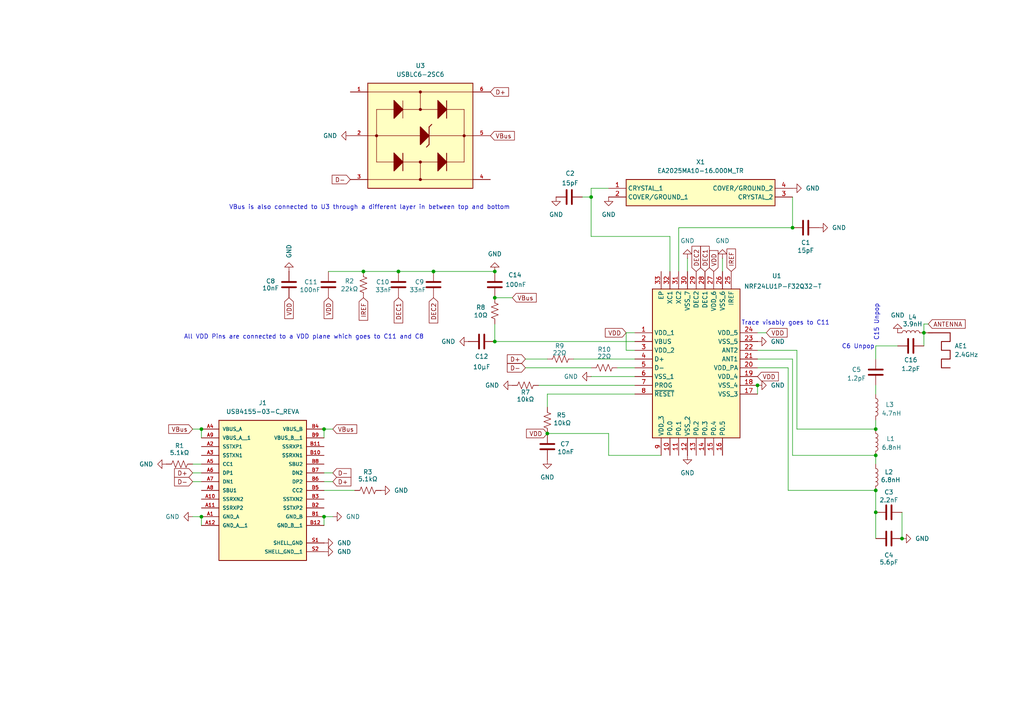
<source format=kicad_sch>
(kicad_sch (version 20231120) (generator "eeschema") (generator_version "8.0")
  (paper "A4")
  (title_block (title "Lambda Dongle USB-C") (date "2025-06-17") (rev "REV-1.0") (comment 1 "Reverse engineered from existing dongle while relying on the datasheet."))
  (lib_symbols
    (symbol "Device:Antenna" (pin_numbers hide) (pin_names (offset 1.016) hide)
      (property "Reference" "AE1" (at 9.906 -3.048 0))
      (property "Value" "Antenna" (at 8.382 -6.35 0))
      (symbol "Antenna_0_1"
        (polyline (pts (xy 7.62 0) (xy 1.27 0)) (stroke (width 0.254)))
        (polyline (pts (xy 7.62 0) (xy 7.62 -2.54) (xy 5.08 -2.54) (xy 5.08 -5.08) (xy 7.62 -5.08) (xy 7.62 -7.62) (xy 5.08 -7.62) (xy 5.08 -10.16) (xy 7.62 -10.16)) (stroke (width 0.254)))
      )
      (symbol "Antenna_1_1"
        (pin input line (at 0 0 0) (length 2.54) (name "A") (number "1"))
      )
    )
    (symbol "Device:C" (pin_numbers hide) (pin_names (offset 0.254))
      (property "Reference" "C" (at 0.635 2.54 0))
      (property "Value" "C" (at 0.635 -2.54 0))
      (symbol "C_0_1"
        (polyline (pts (xy -2.032 -0.762) (xy 2.032 -0.762)) (stroke (width 0.508)))
        (polyline (pts (xy -2.032 0.762) (xy 2.032 0.762)) (stroke (width 0.508)))
      )
      (symbol "C_1_1"
        (pin passive line (at 0 3.81 270) (length 2.794) (name "~") (number "1"))
        (pin passive line (at 0 -3.81 90) (length 2.794) (name "~") (number "2"))
      )
    )
    (symbol "Device:L" (pin_numbers hide) (pin_names (offset 1.016) hide)
      (property "Reference" "L" (at -1.27 0 90))
      (property "Value" "L" (at 1.905 0 90))
      (symbol "L_0_1"
        (arc (start 0 -2.54) (mid 0.6323 -1.905) (end 0 -1.27))
        (arc (start 0 -1.27) (mid 0.6323 -0.635) (end 0 0))
        (arc (start 0 0) (mid 0.6323 0.635) (end 0 1.27))
        (arc (start 0 1.27) (mid 0.6323 1.905) (end 0 2.54))
      )
      (symbol "L_1_1"
        (pin passive line (at 0 3.81 270) (length 1.27) (name "1") (number "1"))
        (pin passive line (at 0 -3.81 90) (length 1.27) (name "2") (number "2"))
      )
    )
    (symbol "Device:R_US" (pin_numbers hide) (pin_names (offset 0))
      (property "Reference" "R" (at 2.54 0 90))
      (property "Value" "R_US" (at -2.54 0 90))
      (symbol "R_US_0_1"
        (polyline (pts (xy 0 -2.286) (xy 0 -2.54)))
        (polyline (pts (xy 0 2.286) (xy 0 2.54)))
        (polyline (pts (xy 0 -0.762) (xy 1.016 -1.143) (xy 0 -1.524) (xy -1.016 -1.905) (xy 0 -2.286)))
        (polyline (pts (xy 0 0.762) (xy 1.016 0.381) (xy 0 0) (xy -1.016 -0.381) (xy 0 -0.762)))
        (polyline (pts (xy 0 2.286) (xy 1.016 1.905) (xy 0 1.524) (xy -1.016 1.143) (xy 0 0.762)))
      )
      (symbol "R_US_1_1"
        (pin passive line (at 0 3.81 270) (length 1.27) (name "~") (number "1"))
        (pin passive line (at 0 -3.81 90) (length 1.27) (name "~") (number "2"))
      )
    )
    (symbol "power:GND" (power) (pin_numbers hide) (pin_names (offset 0) hide)
      (property "Value" "GND" (at 0 -3.81 0))
      (symbol "GND_0_1"
        (polyline (pts (xy 0 0) (xy 0 -1.27) (xy 1.27 -1.27) (xy 0 -2.54) (xy -1.27 -1.27) (xy 0 -1.27)))
      )
      (symbol "GND_1_1"
        (pin power_in line (at 0 0 270) (length 0) (name "~") (number "1"))
      )
    )
    (symbol "steam_dongle:EA2025MA10-16.000M_TR"
      (property "Reference" "X" (at 49.53 7.62 0))
      (property "Value" "EA2025MA10-16.000M_TR" (at 49.53 5.08 0))
      (symbol "EA2025MA10-16.000M_TR_1_1"
        (rectangle (start 5.08 2.54) (end 48.26 -5.08) (stroke (width 0.254)) (fill (type background)))
        (pin passive line (at 0 0 0) (length 5.08) (name "CRYSTAL_1") (number "1"))
        (pin passive line (at 0 -2.54 0) (length 5.08) (name "COVER/GROUND_1") (number "2"))
        (pin passive line (at 53.34 -2.54 180) (length 5.08) (name "CRYSTAL_2") (number "3"))
        (pin passive line (at 53.34 0 180) (length 5.08) (name "COVER/GROUND_2") (number "4"))
      )
    )
    (symbol "steam_dongle:NRF24LU1P-F32Q32-T"
      (property "Reference" "IC" (at 31.75 17.78 0))
      (property "Value" "NRF24LU1P-F32Q32-T" (at 31.75 15.24 0))
      (symbol "NRF24LU1P-F32Q32-T_1_1"
        (rectangle (start 5.08 12.7) (end 30.48 -30.48) (stroke (width 0.254)) (fill (type background)))
        (pin passive line (at 0 0 0) (length 5.08) (name "VDD_1") (number "1"))
        (pin passive line (at 10.16 -35.56 90) (length 5.08) (name "P0.0") (number "10"))
        (pin passive line (at 12.7 -35.56 90) (length 5.08) (name "P0.1") (number "11"))
        (pin passive line (at 15.24 -35.56 90) (length 5.08) (name "VSS_2") (number "12"))
        (pin passive line (at 17.78 -35.56 90) (length 5.08) (name "P0.2") (number "13"))
        (pin passive line (at 20.32 -35.56 90) (length 5.08) (name "P0.3") (number "14"))
        (pin passive line (at 22.86 -35.56 90) (length 5.08) (name "P0.4") (number "15"))
        (pin passive line (at 25.4 -35.56 90) (length 5.08) (name "P0.5") (number "16"))
        (pin passive line (at 35.56 -17.78 180) (length 5.08) (name "VSS_3") (number "17"))
        (pin passive line (at 35.56 -15.24 180) (length 5.08) (name "VSS_4") (number "18"))
        (pin passive line (at 35.56 -12.7 180) (length 5.08) (name "VDD_4") (number "19"))
        (pin passive line (at 0 -2.54 0) (length 5.08) (name "VBUS") (number "2"))
        (pin passive line (at 35.56 -10.16 180) (length 5.08) (name "VDD_PA") (number "20"))
        (pin passive line (at 35.56 -7.62 180) (length 5.08) (name "ANT1") (number "21"))
        (pin passive line (at 35.56 -5.08 180) (length 5.08) (name "ANT2") (number "22"))
        (pin passive line (at 35.56 -2.54 180) (length 5.08) (name "VSS_5") (number "23"))
        (pin passive line (at 35.56 0 180) (length 5.08) (name "VDD_5") (number "24"))
        (pin passive line (at 27.94 17.78 270) (length 5.08) (name "IREF") (number "25"))
        (pin passive line (at 25.4 17.78 270) (length 5.08) (name "VSS_6") (number "26"))
        (pin passive line (at 22.86 17.78 270) (length 5.08) (name "VDD_6") (number "27"))
        (pin passive line (at 20.32 17.78 270) (length 5.08) (name "DEC1") (number "28"))
        (pin passive line (at 17.78 17.78 270) (length 5.08) (name "DEC2") (number "29"))
        (pin passive line (at 0 -5.08 0) (length 5.08) (name "VDD_2") (number "3"))
        (pin passive line (at 15.24 17.78 270) (length 5.08) (name "VSS_7") (number "30"))
        (pin passive line (at 12.7 17.78 270) (length 5.08) (name "XC2") (number "31"))
        (pin passive line (at 10.16 17.78 270) (length 5.08) (name "XC1") (number "32"))
        (pin passive line (at 7.62 17.78 270) (length 5.08) (name "EP") (number "33"))
        (pin passive line (at 0 -7.62 0) (length 5.08) (name "D+") (number "4"))
        (pin passive line (at 0 -10.16 0) (length 5.08) (name "D-") (number "5"))
        (pin passive line (at 0 -12.7 0) (length 5.08) (name "VSS_1") (number "6"))
        (pin passive line (at 0 -15.24 0) (length 5.08) (name "PROG") (number "7"))
        (pin passive line (at 0 -17.78 0) (length 5.08) (name "~{RESET}") (number "8"))
        (pin passive line (at 7.62 -35.56 90) (length 5.08) (name "VDD_3") (number "9"))
      )
    )
    (symbol "steam_dongle:USB4155-03-C_REVA" (pin_names (offset 1.016))
      (property "Reference" "J" (at -12.7 16.002 0))
      (property "Value" "USB4155-03-C_REVA" (at -12.7 -26.162 0))
      (symbol "USB4155-03-C_REVA_0_0"
        (rectangle (start -12.7 -25.4) (end 12.7 15.24) (stroke (width 0.254)) (fill (type background)))
        (pin power_in line (at -17.78 -12.7 0) (length 5.08) (name "GND_A") (number "A1"))
        (pin bidirectional line (at -17.78 -7.62 0) (length 5.08) (name "SSRXN2") (number "A10"))
        (pin bidirectional line (at -17.78 -10.16 0) (length 5.08) (name "SSRXP2") (number "A11"))
        (pin power_in line (at -17.78 -15.24 0) (length 5.08) (name "GND_A__1") (number "A12"))
        (pin bidirectional line (at -17.78 7.62 0) (length 5.08) (name "SSTXP1") (number "A2"))
        (pin bidirectional line (at -17.78 5.08 0) (length 5.08) (name "SSTXN1") (number "A3"))
        (pin power_in line (at -17.78 12.7 0) (length 5.08) (name "VBUS_A") (number "A4"))
        (pin bidirectional line (at -17.78 2.54 0) (length 5.08) (name "CC1") (number "A5"))
        (pin bidirectional line (at -17.78 0 0) (length 5.08) (name "DP1") (number "A6"))
        (pin bidirectional line (at -17.78 -2.54 0) (length 5.08) (name "DN1") (number "A7"))
        (pin bidirectional line (at -17.78 -5.08 0) (length 5.08) (name "SBU1") (number "A8"))
        (pin power_in line (at -17.78 10.16 0) (length 5.08) (name "VBUS_A__1") (number "A9"))
        (pin power_in line (at 17.78 -12.7 180) (length 5.08) (name "GND_B") (number "B1"))
        (pin bidirectional line (at 17.78 5.08 180) (length 5.08) (name "SSRXN1") (number "B10"))
        (pin bidirectional line (at 17.78 7.62 180) (length 5.08) (name "SSRXP1") (number "B11"))
        (pin power_in line (at 17.78 -15.24 180) (length 5.08) (name "GND_B__1") (number "B12"))
        (pin bidirectional line (at 17.78 -10.16 180) (length 5.08) (name "SSTXP2") (number "B2"))
        (pin bidirectional line (at 17.78 -7.62 180) (length 5.08) (name "SSTXN2") (number "B3"))
        (pin power_in line (at 17.78 12.7 180) (length 5.08) (name "VBUS_B") (number "B4"))
        (pin bidirectional line (at 17.78 -5.08 180) (length 5.08) (name "CC2") (number "B5"))
        (pin bidirectional line (at 17.78 -2.54 180) (length 5.08) (name "DP2") (number "B6"))
        (pin bidirectional line (at 17.78 0 180) (length 5.08) (name "DN2") (number "B7"))
        (pin bidirectional line (at 17.78 2.54 180) (length 5.08) (name "SBU2") (number "B8"))
        (pin power_in line (at 17.78 10.16 180) (length 5.08) (name "VBUS_B__1") (number "B9"))
        (pin power_in line (at 17.78 -20.32 180) (length 5.08) (name "SHELL_GND") (number "S1"))
        (pin power_in line (at 17.78 -22.86 180) (length 5.08) (name "SHELL_GND__1") (number "S2"))
      )
    )
    (symbol "steam_dongle:USBLC6-2SC6" (pin_names (offset 1.016))
      (property "Reference" "U" (at -15.2693 17.8093 0))
      (property "Value" "USBLC6-2SC6" (at -15.2559 -17.7959 0))
      (symbol "USBLC6-2SC6_0_0"
        (rectangle (start -15.24 -15.24) (end 15.24 15.24) (stroke (width 0.254)) (fill (type background)))
        (circle (center -12.7 0) (radius 0.254) (stroke (width 0.381)))
        (circle (center 0 -12.7) (radius 0.254) (stroke (width 0.381)))
        (circle (center 0 -7.62) (radius 0.254) (stroke (width 0.381)))
        (polyline (pts (xy -15.24 -12.7) (xy 15.24 -12.7)) (stroke (width 0.1524)))
        (polyline (pts (xy -15.24 12.7) (xy 15.24 12.7)) (stroke (width 0.1524)))
        (polyline (pts (xy -12.7 -7.62) (xy -7.62 -7.62)) (stroke (width 0.1524)))
        (polyline (pts (xy -12.7 0) (xy -15.24 0)) (stroke (width 0.1524)))
        (polyline (pts (xy -12.7 0) (xy -12.7 -7.62)) (stroke (width 0.1524)))
        (polyline (pts (xy -12.7 0) (xy 0 0)) (stroke (width 0.1524)))
        (polyline (pts (xy -12.7 7.62) (xy -12.7 0)) (stroke (width 0.1524)))
        (polyline (pts (xy -12.7 7.62) (xy -7.62 7.62)) (stroke (width 0.1524)))
        (polyline (pts (xy -7.62 -10.16) (xy -7.62 -7.62)) (stroke (width 0.254)))
        (polyline (pts (xy -7.62 -7.62) (xy -7.62 -5.08)) (stroke (width 0.254)))
        (polyline (pts (xy -7.62 -5.08) (xy -5.08 -7.62)) (stroke (width 0.254)))
        (polyline (pts (xy -7.62 5.08) (xy -7.62 7.62)) (stroke (width 0.254)))
        (polyline (pts (xy -7.62 7.62) (xy -7.62 10.16)) (stroke (width 0.254)))
        (polyline (pts (xy -7.62 10.16) (xy -5.08 7.62)) (stroke (width 0.254)))
        (polyline (pts (xy -5.08 -7.62) (xy -7.62 -10.16)) (stroke (width 0.254)))
        (polyline (pts (xy -5.08 -7.62) (xy -5.08 -10.16)) (stroke (width 0.254)))
        (polyline (pts (xy -5.08 -7.62) (xy 0 -7.62)) (stroke (width 0.1524)))
        (polyline (pts (xy -5.08 -5.08) (xy -5.08 -7.62)) (stroke (width 0.254)))
        (polyline (pts (xy -5.08 7.62) (xy -7.62 5.08)) (stroke (width 0.254)))
        (polyline (pts (xy -5.08 7.62) (xy -5.08 5.08)) (stroke (width 0.1524)))
        (polyline (pts (xy -5.08 7.62) (xy 0 7.62)) (stroke (width 0.1524)))
        (polyline (pts (xy -5.08 10.16) (xy -5.08 7.62)) (stroke (width 0.1524)))
        (polyline (pts (xy 0 -7.62) (xy 0 -12.7)) (stroke (width 0.1524)))
        (polyline (pts (xy 0 -7.62) (xy 5.08 -7.62)) (stroke (width 0.1524)))
        (polyline (pts (xy 0 -2.54) (xy 0 0)) (stroke (width 0.254)))
        (polyline (pts (xy 0 0) (xy 0 2.54)) (stroke (width 0.254)))
        (polyline (pts (xy 0 2.54) (xy 2.54 0)) (stroke (width 0.254)))
        (polyline (pts (xy 0 7.62) (xy 0 12.7)) (stroke (width 0.1524)))
        (polyline (pts (xy 0 7.62) (xy 5.08 7.62)) (stroke (width 0.1524)))
        (polyline (pts (xy 2.54 -2.54) (xy 1.778 -3.302)) (stroke (width 0.254)))
        (polyline (pts (xy 2.54 0) (xy 0 -2.54)) (stroke (width 0.254)))
        (polyline (pts (xy 2.54 0) (xy 12.7 0)) (stroke (width 0.1524)))
        (polyline (pts (xy 2.54 2.54) (xy 2.54 -2.54)) (stroke (width 0.254)))
        (polyline (pts (xy 2.54 2.54) (xy 3.302 3.302)) (stroke (width 0.254)))
        (polyline (pts (xy 5.08 -10.16) (xy 5.08 -7.62)) (stroke (width 0.254)))
        (polyline (pts (xy 5.08 -7.62) (xy 5.08 -5.08)) (stroke (width 0.254)))
        (polyline (pts (xy 5.08 -5.08) (xy 7.62 -7.62)) (stroke (width 0.254)))
        (polyline (pts (xy 5.08 5.08) (xy 5.08 7.62)) (stroke (width 0.254)))
        (polyline (pts (xy 5.08 7.62) (xy 5.08 10.16)) (stroke (width 0.254)))
        (polyline (pts (xy 5.08 10.16) (xy 7.62 7.62)) (stroke (width 0.254)))
        (polyline (pts (xy 7.62 -7.62) (xy 5.08 -10.16)) (stroke (width 0.254)))
        (polyline (pts (xy 7.62 -7.62) (xy 7.62 -10.16)) (stroke (width 0.254)))
        (polyline (pts (xy 7.62 -7.62) (xy 12.7 -7.62)) (stroke (width 0.1524)))
        (polyline (pts (xy 7.62 -5.08) (xy 7.62 -7.62)) (stroke (width 0.254)))
        (polyline (pts (xy 7.62 7.62) (xy 5.08 5.08)) (stroke (width 0.254)))
        (polyline (pts (xy 7.62 7.62) (xy 7.62 5.08)) (stroke (width 0.254)))
        (polyline (pts (xy 7.62 7.62) (xy 12.7 7.62)) (stroke (width 0.1524)))
        (polyline (pts (xy 7.62 10.16) (xy 7.62 7.62)) (stroke (width 0.254)))
        (polyline (pts (xy 12.7 0) (xy 12.7 -7.62)) (stroke (width 0.1524)))
        (polyline (pts (xy 12.7 0) (xy 15.24 0)) (stroke (width 0.1524)))
        (polyline (pts (xy 12.7 7.62) (xy 12.7 0)) (stroke (width 0.1524)))
        (polyline (pts (xy -7.62 -5.08) (xy -7.62 -10.16) (xy -5.08 -7.62) (xy -7.62 -5.08)) (stroke (width 0.254)) (fill (type outline)))
        (polyline (pts (xy -7.62 10.16) (xy -7.62 5.08) (xy -5.08 7.62) (xy -7.62 10.16)) (stroke (width 0.254)) (fill (type outline)))
        (polyline (pts (xy 0 2.54) (xy 0 -2.54) (xy 2.54 0) (xy 0 2.54)) (stroke (width 0.254)) (fill (type outline)))
        (polyline (pts (xy 5.08 -5.08) (xy 5.08 -10.16) (xy 7.62 -7.62) (xy 5.08 -5.08)) (stroke (width 0.254)) (fill (type outline)))
        (polyline (pts (xy 5.08 10.16) (xy 5.08 5.08) (xy 7.62 7.62) (xy 5.08 10.16)) (stroke (width 0.254)) (fill (type outline)))
        (circle (center 0 7.62) (radius 0.254) (stroke (width 0.381)))
        (circle (center 0 12.7) (radius 0.254) (stroke (width 0.381)))
        (circle (center 12.7 0) (radius 0.254) (stroke (width 0.381)))
        (pin bidirectional line (at -20.32 12.7 0) (length 5.08) (name "~") (number "1"))
        (pin power_in line (at -20.32 0 0) (length 5.08) (name "~") (number "2"))
        (pin bidirectional line (at -20.32 -12.7 0) (length 5.08) (name "~") (number "3"))
        (pin bidirectional line (at 20.32 -12.7 180) (length 5.08) (name "~") (number "4"))
        (pin power_in line (at 20.32 0 180) (length 5.08) (name "~") (number "5"))
        (pin bidirectional line (at 20.32 12.7 180) (length 5.08) (name "~") (number "6"))
      )
    )
  )
  (junction (at 267.97 96.52))
  (junction (at 254 148.59))
  (junction (at 261.62 156.21))
  (junction (at 143.51 86.36))
  (junction (at 254 124.46))
  (junction (at 158.75 125.73))
  (junction (at 93.98 124.46))
  (junction (at 143.51 99.06))
  (junction (at 115.57 78.74))
  (junction (at 125.73 78.74))
  (junction (at 254 142.24))
  (junction (at 254 132.08))
  (junction (at 58.42 149.86))
  (junction (at 229.87 66.04))
  (junction (at 105.41 78.74))
  (junction (at 143.51 78.74))
  (junction (at 93.98 149.86))
  (junction (at 58.42 124.46))
  (junction (at 171.45 57.15))
  (junction (at 219.71 111.76))
  (wire (pts (xy 181.61 96.52) (xy 184.15 96.52)))
  (wire (pts (xy 93.98 139.7) (xy 96.52 139.7)))
  (wire (pts (xy 58.42 124.46) (xy 58.42 127)))
  (wire (pts (xy 179.07 106.68) (xy 184.15 106.68)))
  (wire (pts (xy 219.71 101.6) (xy 231.14 101.6)))
  (wire (pts (xy 254 121.92) (xy 254 124.46)))
  (wire (pts (xy 231.14 124.46) (xy 254 124.46)))
  (wire (pts (xy 228.6 142.24) (xy 254 142.24)))
  (wire (pts (xy 143.51 93.98) (xy 143.51 99.06)))
  (wire (pts (xy 93.98 137.16) (xy 96.52 137.16)))
  (wire (pts (xy 254 148.59) (xy 254 156.21)))
  (wire (pts (xy 261.62 148.59) (xy 261.62 156.21)))
  (wire (pts (xy 166.37 104.14) (xy 184.15 104.14)))
  (wire (pts (xy 55.88 139.7) (xy 58.42 139.7)))
  (wire (pts (xy 93.98 124.46) (xy 96.52 124.46)))
  (wire (pts (xy 156.21 111.76) (xy 184.15 111.76)))
  (wire (pts (xy 171.45 54.61) (xy 176.53 54.61)))
  (wire (pts (xy 254 100.33) (xy 254 104.14)))
  (wire (pts (xy 194.31 68.58) (xy 171.45 68.58)))
  (wire (pts (xy 254 111.76) (xy 254 114.3)))
  (wire (pts (xy 143.51 99.06) (xy 184.15 99.06)))
  (wire (pts (xy 219.71 111.76) (xy 219.71 114.3)))
  (wire (pts (xy 199.39 74.93) (xy 199.39 78.74)))
  (wire (pts (xy 171.45 109.22) (xy 184.15 109.22)))
  (wire (pts (xy 184.15 101.6) (xy 181.61 101.6)))
  (wire (pts (xy 229.87 57.15) (xy 229.87 66.04)))
  (wire (pts (xy 254 132.08) (xy 254 134.62)))
  (wire (pts (xy 171.45 57.15) (xy 171.45 54.61)))
  (wire (pts (xy 143.51 86.36) (xy 148.59 86.36)))
  (wire (pts (xy 194.31 78.74) (xy 194.31 68.58)))
  (wire (pts (xy 93.98 124.46) (xy 93.98 127)))
  (wire (pts (xy 93.98 149.86) (xy 96.52 149.86)))
  (wire (pts (xy 55.88 149.86) (xy 58.42 149.86)))
  (wire (pts (xy 181.61 101.6) (xy 181.61 96.52)))
  (wire (pts (xy 219.71 106.68) (xy 228.6 106.68)))
  (wire (pts (xy 55.88 137.16) (xy 58.42 137.16)))
  (wire (pts (xy 93.98 149.86) (xy 93.98 152.4)))
  (wire (pts (xy 228.6 106.68) (xy 228.6 142.24)))
  (wire (pts (xy 95.25 78.74) (xy 105.41 78.74)))
  (wire (pts (xy 158.75 125.73) (xy 176.53 125.73)))
  (wire (pts (xy 105.41 78.74) (xy 115.57 78.74)))
  (wire (pts (xy 219.71 96.52) (xy 222.25 96.52)))
  (wire (pts (xy 254 142.24) (xy 254 148.59)))
  (wire (pts (xy 229.87 132.08) (xy 254 132.08)))
  (wire (pts (xy 171.45 68.58) (xy 171.45 57.15)))
  (wire (pts (xy 158.75 114.3) (xy 158.75 118.11)))
  (wire (pts (xy 267.97 93.98) (xy 269.24 93.98)))
  (wire (pts (xy 168.91 57.15) (xy 171.45 57.15)))
  (wire (pts (xy 184.15 114.3) (xy 158.75 114.3)))
  (wire (pts (xy 219.71 104.14) (xy 229.87 104.14)))
  (wire (pts (xy 152.4 104.14) (xy 158.75 104.14)))
  (wire (pts (xy 231.14 101.6) (xy 231.14 124.46)))
  (wire (pts (xy 229.87 104.14) (xy 229.87 132.08)))
  (wire (pts (xy 55.88 134.62) (xy 58.42 134.62)))
  (wire (pts (xy 58.42 149.86) (xy 58.42 152.4)))
  (wire (pts (xy 267.97 96.52) (xy 267.97 100.33)))
  (wire (pts (xy 125.73 78.74) (xy 143.51 78.74)))
  (wire (pts (xy 176.53 132.08) (xy 176.53 125.73)))
  (wire (pts (xy 267.97 96.52) (xy 267.97 93.98)))
  (wire (pts (xy 191.77 132.08) (xy 176.53 132.08)))
  (wire (pts (xy 229.87 66.04) (xy 196.85 66.04)))
  (wire (pts (xy 93.98 142.24) (xy 102.87 142.24)))
  (wire (pts (xy 260.35 100.33) (xy 254 100.33)))
  (wire (pts (xy 115.57 78.74) (xy 125.73 78.74)))
  (wire (pts (xy 152.4 106.68) (xy 171.45 106.68)))
  (wire (pts (xy 209.55 74.93) (xy 209.55 78.74)))
  (wire (pts (xy 196.85 66.04) (xy 196.85 78.74)))
  (wire (pts (xy 55.88 124.46) (xy 58.42 124.46)))
  (text "C6 Unpop" (at 248.92 100.584 0) (effects (font (size 1.27 1.27))))
  (text "C15 Unpop" (at 254.254 93.472 90) (effects (font (size 1.27 1.27))))
  (text "Trace visably goes to C11" (at 227.838 93.726 0) (effects (font (size 1.27 1.27))))
  (text "All VDD Pins are connected to a VDD plane which goes to C11 and C8\n" (at 88.138 97.79 0) (effects (font (size 1.27 1.27))))
  (text "VBus is also connected to U3 through a different layer in between top and bottom" (at 107.188 60.198 0) (effects (font (size 1.27 1.27))))
  (global_label "DEC2" (shape input) (at 201.93 78.74 90) (property "Intersheetrefs" "${INTERSHEET_REFS}" (effects (hide yes))))
  (global_label "VBus" (shape input) (at 55.88 124.46 180) (property "Intersheetrefs" "${INTERSHEET_REFS}" (effects (hide yes))))
  (global_label "D-" (shape input) (at 55.88 139.7 180) (property "Intersheetrefs" "${INTERSHEET_REFS}" (effects (hide yes))))
  (global_label "D+" (shape input) (at 142.24 26.67 0) (property "Intersheetrefs" "${INTERSHEET_REFS}" (effects (hide yes))))
  (global_label "IREF" (shape input) (at 212.09 78.74 90) (property "Intersheetrefs" "${INTERSHEET_REFS}" (effects (hide yes))))
  (global_label "VDD" (shape input) (at 207.01 78.74 90) (property "Intersheetrefs" "${INTERSHEET_REFS}" (effects (hide yes))))
  (global_label "D-" (shape input) (at 152.4 106.68 180) (property "Intersheetrefs" "${INTERSHEET_REFS}" (effects (hide yes))))
  (global_label "VDD" (shape input) (at 83.82 86.36 270) (property "Intersheetrefs" "${INTERSHEET_REFS}" (effects (hide yes))))
  (global_label "VBus" (shape input) (at 96.52 124.46 0) (property "Intersheetrefs" "${INTERSHEET_REFS}" (effects (hide yes))))
  (global_label "DEC1" (shape input) (at 115.57 86.36 270) (property "Intersheetrefs" "${INTERSHEET_REFS}" (effects (hide yes))))
  (global_label "VDD" (shape input) (at 219.71 109.22 0) (property "Intersheetrefs" "${INTERSHEET_REFS}" (effects (hide yes))))
  (global_label "VDD" (shape input) (at 222.25 96.52 0) (property "Intersheetrefs" "${INTERSHEET_REFS}" (effects (hide yes))))
  (global_label "DEC2" (shape input) (at 125.73 86.36 270) (property "Intersheetrefs" "${INTERSHEET_REFS}" (effects (hide yes))))
  (global_label "VDD" (shape input) (at 95.25 86.36 270) (property "Intersheetrefs" "${INTERSHEET_REFS}" (effects (hide yes))))
  (global_label "D-" (shape input) (at 101.6 52.07 180) (property "Intersheetrefs" "${INTERSHEET_REFS}" (effects (hide yes))))
  (global_label "D+" (shape input) (at 152.4 104.14 180) (property "Intersheetrefs" "${INTERSHEET_REFS}" (effects (hide yes))))
  (global_label "VBus" (shape input) (at 148.59 86.36 0) (property "Intersheetrefs" "${INTERSHEET_REFS}" (effects (hide yes))))
  (global_label "IREF" (shape input) (at 105.41 86.36 270) (property "Intersheetrefs" "${INTERSHEET_REFS}" (effects (hide yes))))
  (global_label "VBus" (shape input) (at 142.24 39.37 0) (property "Intersheetrefs" "${INTERSHEET_REFS}" (effects (hide yes))))
  (global_label "D+" (shape input) (at 55.88 137.16 180) (property "Intersheetrefs" "${INTERSHEET_REFS}" (effects (hide yes))))
  (global_label "DEC1" (shape input) (at 204.47 78.74 90) (property "Intersheetrefs" "${INTERSHEET_REFS}" (effects (hide yes))))
  (global_label "VDD" (shape input) (at 181.61 96.52 180) (property "Intersheetrefs" "${INTERSHEET_REFS}" (effects (hide yes))))
  (global_label "ANTENNA" (shape input) (at 269.24 93.98 0) (property "Intersheetrefs" "${INTERSHEET_REFS}" (effects (hide yes))))
  (global_label "D+" (shape input) (at 96.52 139.7 0) (property "Intersheetrefs" "${INTERSHEET_REFS}" (effects (hide yes))))
  (global_label "D-" (shape input) (at 96.52 137.16 0) (property "Intersheetrefs" "${INTERSHEET_REFS}" (effects (hide yes))))
  (global_label "VDD" (shape input) (at 158.75 125.73 180) (property "Intersheetrefs" "${INTERSHEET_REFS}" (effects (hide yes))))
  (symbol (lib_id "power:GND") (at 143.51 78.74 180) (unit 1)
    (property "Reference" "#PWR8" (effects (hide yes)))
    (property "Value" "GND" (at 143.51 73.66 0))
    (property "Description" "Power symbol creates a global label with name \"GND\" , ground" (effects (hide yes)))
  )
  (symbol (lib_id "power:GND") (at 158.75 133.35 0) (unit 1)
    (property "Reference" "#PWR4" (effects (hide yes)))
    (property "Value" "GND" (at 158.75 138.43 0))
    (property "Description" "Power symbol creates a global label with name \"GND\" , ground" (effects (hide yes)))
  )
  (symbol (lib_id "Device:C") (at 264.16 100.33 270) (unit 1)
    (property "Reference" "C16" (at 264.16 104.394 90))
    (property "Value" "1.2pF" (at 264.16 106.934 90))
    (property "Footprint" "Capacitor_SMD:C_0402_1005Metric" (effects (hide yes)))
    (property "Description" "Unpolarized capacitor" (effects (hide yes)))
  )
  (symbol (lib_id "power:GND") (at 161.29 57.15 0) (unit 1)
    (property "Reference" "#PWR19" (effects (hide yes)))
    (property "Value" "GND" (at 161.29 62.23 0))
    (property "Description" "Power symbol creates a global label with name \"GND\" , ground" (effects (hide yes)))
  )
  (symbol (lib_id "Device:C") (at 139.7 99.06 90) (unit 1)
    (property "Reference" "C12" (at 139.7 103.378 90))
    (property "Value" "10µF" (at 139.7 106.426 90))
    (property "Footprint" "Capacitor_SMD:C_0402_1005Metric" (effects (hide yes)))
    (property "Description" "Unpolarized capacitor" (effects (hide yes)))
  )
  (symbol (lib_id "power:GND") (at 96.52 149.86 90) (unit 1)
    (property "Reference" "#PWR1" (effects (hide yes)))
    (property "Value" "GND" (at 100.33 149.8599 90) (effects (justify right)))
    (property "Description" "Power symbol creates a global label with name \"GND\" , ground" (effects (hide yes)))
  )
  (symbol (lib_id "steam_dongle:USBLC6-2SC6") (at 121.92 39.37 0) (unit 1)
    (property "Reference" "U3" (at 121.92 19.05 0))
    (property "Value" "USBLC6-2SC6" (at 121.92 21.59 0))
    (property "Footprint" "steam_dogfoot:SOT95P280X145-6N" (effects (hide yes)))
    (property "MF" "STMicroelectronics" (effects (hide yes)))
    (property "PURCHASE-URL" "https://pricing.snapeda.com/search/part/USBLC6-2SC6/?ref=eda" (effects (hide yes)))
    (property "PACKAGE" "SOT-23-6 STMicroelectronics" (effects (hide yes)))
    (property "PRICE" "None" (effects (hide yes)))
    (property "MP" "USBLC6-2SC6" (effects (hide yes)))
    (property "AVAILABILITY" "In Stock" (effects (hide yes)))
    (property "DESCRIPTION" "17V Clamp 5A (8/20µs) Ipp Tvs Diode Surface Mount SOT-23-6" (effects (hide yes)))
    (property "LCSC PN" "C7519" (effects (hide yes)))
  )
  (symbol (lib_id "Device:L") (at 254 138.43 0) (unit 1)
    (property "Reference" "L2" (at 257.81 136.906 0))
    (property "Value" "6.8nH" (at 258.318 139.192 0))
    (property "Footprint" "Inductor_SMD:L_0402_1005Metric" (effects (hide yes)))
    (property "Description" "Inductor" (effects (hide yes)))
  )
  (symbol (lib_id "Device:C") (at 115.57 82.55 180) (unit 1)
    (property "Reference" "C10" (at 110.998 81.788 0))
    (property "Value" "33nF" (at 111.252 84.074 0))
    (property "Footprint" "Capacitor_SMD:C_0201_0603Metric" (effects (hide yes)))
    (property "Description" "Unpolarized capacitor" (effects (hide yes)))
  )
  (symbol (lib_id "Device:C") (at 158.75 129.54 0) (unit 1)
    (property "Reference" "C7" (at 163.83 128.778 0))
    (property "Value" "10nF" (at 164.084 131.064 0))
    (property "Footprint" "Capacitor_SMD:C_0201_0603Metric" (effects (hide yes)))
    (property "Description" "Unpolarized capacitor" (effects (hide yes)))
  )
  (symbol (lib_id "Device:R_US") (at 106.68 142.24 90) (unit 1)
    (property "Reference" "R3" (at 106.68 136.906 90))
    (property "Value" "5.1kΩ" (at 106.68 138.938 90))
    (property "Footprint" "Resistor_SMD:R_0201_0603Metric" (effects (hide yes)))
    (property "Description" "Resistor, US symbol" (effects (hide yes)))
  )
  (symbol (lib_id "power:GND") (at 110.49 142.24 90) (unit 1)
    (property "Reference" "#PWR2" (effects (hide yes)))
    (property "Value" "GND" (at 114.3 142.2399 90) (effects (justify right)))
    (property "Description" "Power symbol creates a global label with name \"GND\" , ground" (effects (hide yes)))
  )
  (symbol (lib_id "power:GND") (at 237.49 66.04 90) (unit 1)
    (property "Reference" "#PWR18" (effects (hide yes)))
    (property "Value" "GND" (at 241.3 66.0399 90) (effects (justify right)))
    (property "Description" "Power symbol creates a global label with name \"GND\" , ground" (effects (hide yes)))
  )
  (symbol (lib_id "power:GND") (at 93.98 160.02 90) (unit 1)
    (property "Reference" "#PWR24" (effects (hide yes)))
    (property "Value" "GND" (at 97.79 160.0199 90) (effects (justify right)))
    (property "Description" "Power symbol creates a global label with name \"GND\" , ground" (effects (hide yes)))
  )
  (symbol (lib_id "steam_dongle:USB4155-03-C_REVA") (at 76.2 137.16 0) (unit 1)
    (property "Reference" "J1" (at 76.2 116.84 0))
    (property "Value" "USB4155-03-C_REVA" (at 76.2 119.38 0))
    (property "Footprint" "steam_dogfoot:GCT_USB4155-03-C_REVA" (effects (hide yes)))
    (property "PARTREV" "A" (effects (hide yes)))
    (property "MANUFACTURER" "GCT" (effects (hide yes)))
    (property "MAXIMUM_PACKAGE_HEIGHT" "2.9 mm" (effects (hide yes)))
    (property "STANDARD" "Manufacturer Recommendations" (effects (hide yes)))
  )
  (symbol (lib_id "Device:L") (at 254 128.27 0) (unit 1)
    (property "Reference" "L1" (at 258.318 127.254 0))
    (property "Value" "6.8nH" (at 258.572 129.794 0))
    (property "Footprint" "Inductor_SMD:L_0402_1005Metric" (effects (hide yes)))
    (property "Description" "Inductor" (effects (hide yes)))
  )
  (symbol (lib_id "Device:C") (at 143.51 82.55 180) (unit 1)
    (property "Reference" "C14" (at 149.352 79.756 0))
    (property "Value" "100nF" (at 149.606 82.55 0))
    (property "Footprint" "Capacitor_SMD:C_0201_0603Metric" (effects (hide yes)))
    (property "Description" "Unpolarized capacitor" (effects (hide yes)))
  )
  (symbol (lib_id "steam_dongle:NRF24LU1P-F32Q32-T") (at 184.15 96.52 0) (unit 1)
    (property "Reference" "U1" (at 225.298 80.01 0))
    (property "Value" "NRF24LU1P-F32Q32-T" (at 227.076 83.058 0))
    (property "Footprint" "steam_dogfoot:QFN50P500X500X95-33N-D" (effects (hide yes)))
    (property "Datasheet" "https://componentsearchengine.com/Datasheets/1/nRF24LU1P-F32Q32-T.pdf" (effects (hide yes)))
    (property "Description" "Nordic Semiconductor NRF24LU1P-F32Q32-T, 8 bit System On Chip SOC for Compact USB Dongles for Wireless Peripherals," (effects (hide yes)))
    (property "Height" "0.95" (effects (hide yes)))
    (property "Mouser Part Number" "949-NRF24LU1PF3232T" (effects (hide yes)))
    (property "Mouser Price/Stock" "https://www.mouser.co.uk/ProductDetail/Nordic-Semiconductor/nRF24LU1P-F32Q32-T?qs=yd0qOhnSiDcwp9bBOHQXig%3D%3D" (effects (hide yes)))
    (property "Manufacturer_Name" "Nordic Semiconductor" (effects (hide yes)))
    (property "Manufacturer_Part_Number" "NRF24LU1P-F32Q32-T" (effects (hide yes)))
    (property "LCSC PN" "C545245" (effects (hide yes)))
  )
  (symbol (lib_id "Device:Antenna") (at 267.97 96.52 0) (unit 1) (in_bom no)
    (property "Reference" "AE1" (at 276.86 100.3299 0) (effects (justify left)))
    (property "Value" "2.4GHz" (at 276.86 102.8699 0) (effects (justify left)))
    (property "Footprint" "steam_dogfoot:dongle_2.4GHz" (effects (hide yes)))
    (property "Description" "Antenna" (effects (hide yes)))
  )
  (symbol (lib_id "power:GND") (at 219.71 99.06 90) (unit 1)
    (property "Reference" "#PWR11" (effects (hide yes)))
    (property "Value" "GND" (at 223.52 99.0599 90) (effects (justify right)))
    (property "Description" "Power symbol creates a global label with name \"GND\" , ground" (effects (hide yes)))
  )
  (symbol (lib_id "Device:R_US") (at 162.56 104.14 90) (unit 1)
    (property "Reference" "R9" (at 162.306 100.33 90))
    (property "Value" "22Ω" (at 162.306 102.362 90))
    (property "Footprint" "Resistor_SMD:R_0201_0603Metric" (effects (hide yes)))
    (property "Description" "Resistor, US symbol" (effects (hide yes)))
  )
  (symbol (lib_id "Device:R_US") (at 52.07 134.62 90) (unit 1)
    (property "Reference" "R1" (at 52.07 129.286 90))
    (property "Value" "5.1kΩ" (at 52.07 131.318 90))
    (property "Footprint" "Resistor_SMD:R_0201_0603Metric" (effects (hide yes)))
    (property "Description" "Resistor, US symbol" (effects (hide yes)))
  )
  (symbol (lib_id "steam_dongle:EA2025MA10-16.000M_TR") (at 176.53 54.61 0) (unit 1)
    (property "Reference" "X1" (at 203.2 46.99 0))
    (property "Value" "EA2025MA10-16.000M_TR" (at 203.2 49.53 0))
    (property "Footprint" "steam_dogfoot:EA2025MA1016000MTR" (effects (hide yes)))
    (property "Datasheet" "https://abracon.com/datasheets/Ecliptek/EA2025.pdf" (effects (hide yes)))
    (property "Description" "16 MHz +/-15ppm Crystal 8pF 80 Ohms 4-SMD, No Lead -40C +85C" (effects (hide yes)))
    (property "Height" "0.65" (effects (hide yes)))
    (property "Manufacturer_Name" "ABRACON" (effects (hide yes)))
    (property "Manufacturer_Part_Number" "EA2025MA10-16.000M TR" (effects (hide yes)))
    (property "LCSC PN" "C5725838" (effects (hide yes)))
  )
  (symbol (lib_id "Device:L") (at 254 118.11 0) (unit 1)
    (property "Reference" "L3" (at 258.064 117.348 0))
    (property "Value" "4.7nH" (at 258.572 119.888 0))
    (property "Footprint" "Inductor_SMD:L_0402_1005Metric" (effects (hide yes)))
    (property "Description" "Inductor" (effects (hide yes)))
  )
  (symbol (lib_id "Device:C") (at 233.68 66.04 270) (unit 1)
    (property "Reference" "C1" (at 233.68 70.358 90))
    (property "Value" "15pF" (at 233.68 72.644 90))
    (property "Footprint" "Capacitor_SMD:C_0201_0603Metric" (effects (hide yes)))
    (property "Description" "Unpolarized capacitor" (effects (hide yes)))
  )
  (symbol (lib_id "Device:C") (at 83.82 82.55 180) (unit 1)
    (property "Reference" "C8" (at 78.486 81.534 0))
    (property "Value" "10nF" (at 78.486 83.566 0))
    (property "Footprint" "Capacitor_SMD:C_0201_0603Metric" (effects (hide yes)))
    (property "Description" "Unpolarized capacitor" (effects (hide yes)))
  )
  (symbol (lib_id "power:GND") (at 199.39 132.08 0) (unit 1)
    (property "Reference" "#PWR13" (effects (hide yes)))
    (property "Value" "GND" (at 199.39 137.16 0))
    (property "Description" "Power symbol creates a global label with name \"GND\" , ground" (effects (hide yes)))
  )
  (symbol (lib_id "power:GND") (at 176.53 57.15 0) (unit 1)
    (property "Reference" "#PWR20" (effects (hide yes)))
    (property "Value" "GND" (at 176.53 62.23 0))
    (property "Description" "Power symbol creates a global label with name \"GND\" , ground" (effects (hide yes)))
  )
  (symbol (lib_id "Device:C") (at 165.1 57.15 270) (unit 1)
    (property "Reference" "C2" (at 165.354 50.292 90))
    (property "Value" "15pF" (at 165.354 53.086 90))
    (property "Footprint" "Capacitor_SMD:C_0201_0603Metric" (effects (hide yes)))
    (property "Description" "Unpolarized capacitor" (effects (hide yes)))
  )
  (symbol (lib_id "Device:R_US") (at 175.26 106.68 90) (unit 1)
    (property "Reference" "R10" (at 175.26 101.346 90))
    (property "Value" "22Ω" (at 175.26 103.378 90))
    (property "Footprint" "Resistor_SMD:R_0201_0603Metric" (effects (hide yes)))
    (property "Description" "Resistor, US symbol" (effects (hide yes)))
  )
  (symbol (lib_id "power:GND") (at 83.82 78.74 180) (unit 1)
    (property "Reference" "#PWR14" (effects (hide yes)))
    (property "Value" "GND" (at 83.8201 74.93 90) (effects (justify right)))
    (property "Description" "Power symbol creates a global label with name \"GND\" , ground" (effects (hide yes)))
  )
  (symbol (lib_id "power:GND") (at 229.87 54.61 90) (unit 1)
    (property "Reference" "#PWR17" (effects (hide yes)))
    (property "Value" "GND" (at 233.68 54.6099 90) (effects (justify right)))
    (property "Description" "Power symbol creates a global label with name \"GND\" , ground" (effects (hide yes)))
  )
  (symbol (lib_id "power:GND") (at 148.59 111.76 270) (unit 1)
    (property "Reference" "#PWR16" (effects (hide yes)))
    (property "Value" "GND" (at 144.78 111.7599 90) (effects (justify right)))
    (property "Description" "Power symbol creates a global label with name \"GND\" , ground" (effects (hide yes)))
  )
  (symbol (lib_id "Device:C") (at 95.25 82.55 180) (unit 1)
    (property "Reference" "C11" (at 90.17 81.788 0))
    (property "Value" "100nF" (at 89.916 84.074 0))
    (property "Footprint" "Capacitor_SMD:C_0201_0603Metric" (effects (hide yes)))
    (property "Description" "Unpolarized capacitor" (effects (hide yes)))
  )
  (symbol (lib_id "Device:R_US") (at 152.4 111.76 90) (unit 1)
    (property "Reference" "R7" (at 152.4 113.792 90))
    (property "Value" "10kΩ" (at 152.4 115.824 90))
    (property "Footprint" "Resistor_SMD:R_0201_0603Metric" (effects (hide yes)))
    (property "Description" "Resistor, US symbol" (effects (hide yes)))
  )
  (symbol (lib_id "Device:L") (at 264.16 96.52 90) (unit 1)
    (property "Reference" "L4" (at 264.668 91.948 90))
    (property "Value" "3.9nH" (at 264.668 93.98 90))
    (property "Footprint" "Inductor_SMD:L_0402_1005Metric" (effects (hide yes)))
    (property "Description" "Inductor" (effects (hide yes)))
  )
  (symbol (lib_id "power:GND") (at 101.6 39.37 270) (unit 1)
    (property "Reference" "#PWR5" (effects (hide yes)))
    (property "Value" "GND" (at 97.79 39.3699 90) (effects (justify right)))
    (property "Description" "Power symbol creates a global label with name \"GND\" , ground" (effects (hide yes)))
  )
  (symbol (lib_id "Device:R_US") (at 105.41 82.55 180) (unit 1)
    (property "Reference" "R2" (at 101.346 81.534 0))
    (property "Value" "22kΩ" (at 101.346 83.82 0))
    (property "Footprint" "Resistor_SMD:R_0201_0603Metric" (effects (hide yes)))
    (property "Description" "Resistor, US symbol" (effects (hide yes)))
  )
  (symbol (lib_id "power:GND") (at 199.39 74.93 180) (unit 1)
    (property "Reference" "#PWR21" (effects (hide yes)))
    (property "Value" "GND" (at 199.39 69.85 0))
    (property "Description" "Power symbol creates a global label with name \"GND\" , ground" (effects (hide yes)))
  )
  (symbol (lib_id "Device:C") (at 257.81 148.59 90) (unit 1)
    (property "Reference" "C3" (at 257.81 142.748 90))
    (property "Value" "2.2nF" (at 257.81 145.034 90))
    (property "Footprint" "Capacitor_SMD:C_0402_1005Metric" (effects (hide yes)))
    (property "Description" "Unpolarized capacitor" (effects (hide yes)))
  )
  (symbol (lib_id "power:GND") (at 135.89 99.06 270) (unit 1)
    (property "Reference" "#PWR6" (effects (hide yes)))
    (property "Value" "GND" (at 132.08 99.0599 90) (effects (justify right)))
    (property "Description" "Power symbol creates a global label with name \"GND\" , ground" (effects (hide yes)))
  )
  (symbol (lib_id "Device:C") (at 257.81 156.21 90) (unit 1)
    (property "Reference" "C4" (at 257.81 161.036 90))
    (property "Value" "5.6pF" (at 257.81 163.068 90))
    (property "Footprint" "Capacitor_SMD:C_0402_1005Metric" (effects (hide yes)))
    (property "Description" "Unpolarized capacitor" (effects (hide yes)))
    (property "LCSC PN" " C2224707" (effects (hide yes)))
  )
  (symbol (lib_id "power:GND") (at 219.71 111.76 90) (unit 1)
    (property "Reference" "#PWR12" (effects (hide yes)))
    (property "Value" "GND" (at 223.52 111.7599 90) (effects (justify right)))
    (property "Description" "Power symbol creates a global label with name \"GND\" , ground" (effects (hide yes)))
  )
  (symbol (lib_id "Device:C") (at 125.73 82.55 180) (unit 1)
    (property "Reference" "C9" (at 121.666 81.788 0))
    (property "Value" "33nF" (at 121.158 84.074 0))
    (property "Footprint" "Capacitor_SMD:C_0201_0603Metric" (effects (hide yes)))
    (property "Description" "Unpolarized capacitor" (effects (hide yes)))
  )
  (symbol (lib_id "power:GND") (at 48.26 134.62 270) (unit 1)
    (property "Reference" "#PWR7" (effects (hide yes)))
    (property "Value" "GND" (at 44.45 134.6199 90) (effects (justify right)))
    (property "Description" "Power symbol creates a global label with name \"GND\" , ground" (effects (hide yes)))
  )
  (symbol (lib_id "Device:R_US") (at 158.75 121.92 180) (unit 1)
    (property "Reference" "R5" (at 162.814 120.396 0))
    (property "Value" "10kΩ" (at 163.068 122.682 0))
    (property "Footprint" "Resistor_SMD:R_0201_0603Metric" (effects (hide yes)))
    (property "Description" "Resistor, US symbol" (effects (hide yes)))
  )
  (symbol (lib_id "power:GND") (at 261.62 156.21 90) (unit 1)
    (property "Reference" "#PWR15" (effects (hide yes)))
    (property "Value" "GND" (at 265.43 156.2099 90) (effects (justify right)))
    (property "Description" "Power symbol creates a global label with name \"GND\" , ground" (effects (hide yes)))
  )
  (symbol (lib_id "Device:R_US") (at 143.51 90.17 180) (unit 1)
    (property "Reference" "R8" (at 139.446 89.154 0))
    (property "Value" "10Ω" (at 139.446 91.44 0))
    (property "Footprint" "Resistor_SMD:R_0201_0603Metric" (effects (hide yes)))
    (property "Description" "Resistor, US symbol" (effects (hide yes)))
  )
  (symbol (lib_id "power:GND") (at 55.88 149.86 270) (unit 1)
    (property "Reference" "#PWR22" (effects (hide yes)))
    (property "Value" "GND" (at 52.07 149.8599 90) (effects (justify right)))
    (property "Description" "Power symbol creates a global label with name \"GND\" , ground" (effects (hide yes)))
  )
  (symbol (lib_id "power:GND") (at 171.45 109.22 270) (unit 1)
    (property "Reference" "#PWR9" (effects (hide yes)))
    (property "Value" "GND" (at 167.64 109.2199 90) (effects (justify right)))
    (property "Description" "Power symbol creates a global label with name \"GND\" , ground" (effects (hide yes)))
  )
  (symbol (lib_id "power:GND") (at 93.98 157.48 90) (unit 1)
    (property "Reference" "#PWR23" (effects (hide yes)))
    (property "Value" "GND" (at 97.79 157.4799 90) (effects (justify right)))
    (property "Description" "Power symbol creates a global label with name \"GND\" , ground" (effects (hide yes)))
  )
  (symbol (lib_id "power:GND") (at 209.55 74.93 180) (unit 1)
    (property "Reference" "#PWR10" (effects (hide yes)))
    (property "Value" "GND" (at 209.55 69.85 0))
    (property "Description" "Power symbol creates a global label with name \"GND\" , ground" (effects (hide yes)))
  )
  (symbol (lib_id "power:GND") (at 260.35 96.52 180) (unit 1)
    (property "Reference" "#PWR3" (effects (hide yes)))
    (property "Value" "GND" (at 260.35 91.44 0))
    (property "Description" "Power symbol creates a global label with name \"GND\" , ground" (effects (hide yes)))
  )
  (symbol (lib_id "Device:C") (at 254 107.95 0) (unit 1)
    (property "Reference" "C5" (at 248.412 107.188 0))
    (property "Value" "1.2pF" (at 248.412 109.728 0))
    (property "Footprint" "Capacitor_SMD:C_0402_1005Metric" (effects (hide yes)))
    (property "Description" "Unpolarized capacitor" (effects (hide yes)))
  )
)
</source>
